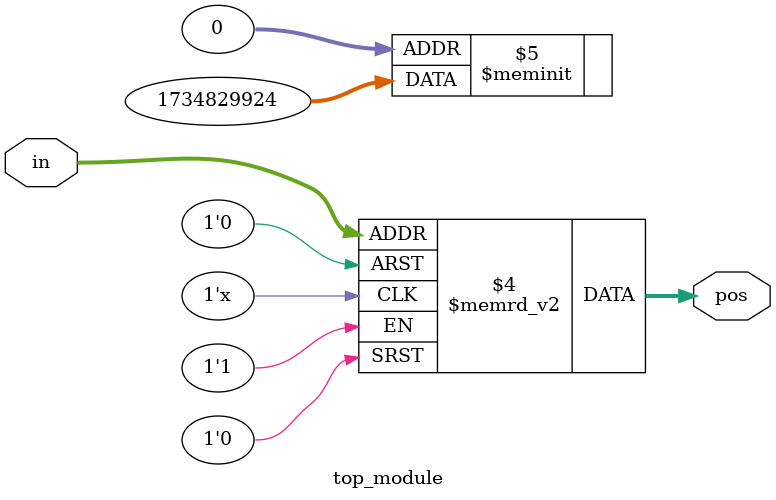
<source format=sv>
module top_module (
	input [3:0] in,
	output reg [1:0] pos
);

	always @(*)
	begin
		case(in)
			4'b0000: pos = 2'b00;
			4'b0001: pos = 2'b01;
			4'b0010: pos = 2'b10;
			4'b0011: pos = 2'b01;
			4'b0100: pos = 2'b11;
			4'b0101: pos = 2'b01;
			4'b0110: pos = 2'b10;
			4'b0111: pos = 2'b01;
			4'b1000: pos = 2'b11;
			4'b1001: pos = 2'b01;
			4'b1010: pos = 2'b10;
			4'b1011: pos = 2'b01;
			4'b1100: pos = 2'b11;
			4'b1101: pos = 2'b01;
			4'b1110: pos = 2'b10;
			4'b1111: pos = 2'b01;
			default: pos = 2'b00;
		endcase
	end
endmodule

</source>
